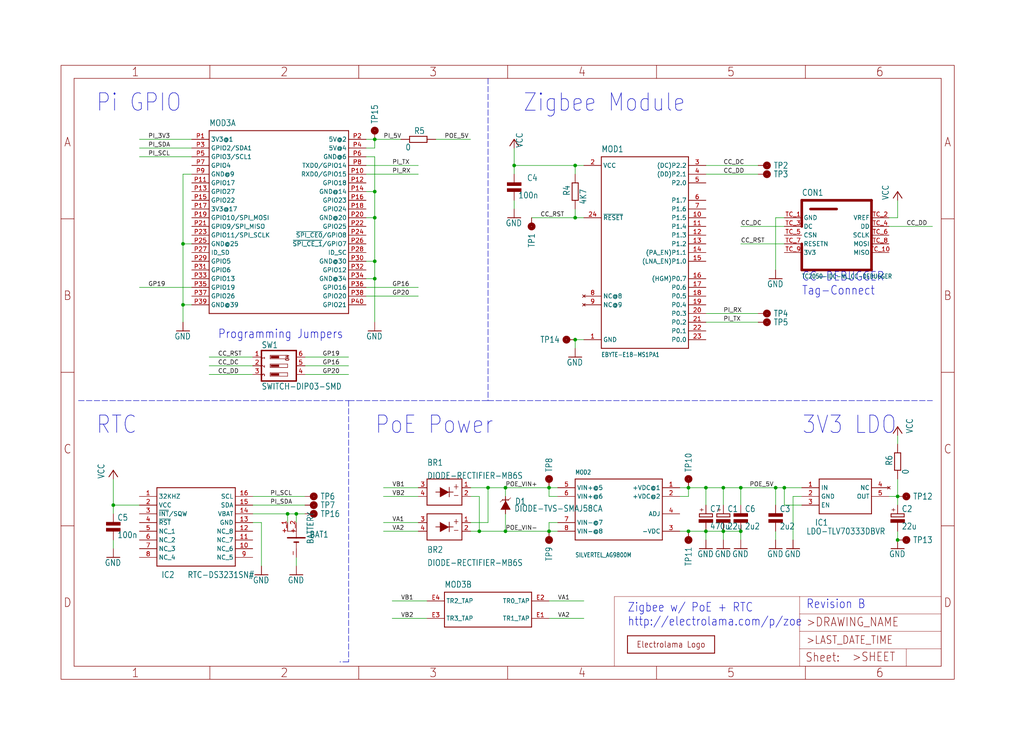
<source format=kicad_sch>
(kicad_sch (version 20211123) (generator eeschema)
  (paper "User" 298.45 217.881)
  (lib_symbols
    (symbol "schematicEagle-eagle-import:A4L-LOC"
      (symbol "A4L-LOC_0_0"
        (text "1" (at 21.6958 1.905 0) (effects (font (size 2.54 2.286))))
        (text "1" (at 21.6958 177.165 0) (effects (font (size 2.54 2.286))))
        (text "2" (at 65.0875 1.905 0) (effects (font (size 2.54 2.286))))
        (text "2" (at 65.0875 177.165 0) (effects (font (size 2.54 2.286))))
        (text "3" (at 108.4792 1.905 0) (effects (font (size 2.54 2.286))))
        (text "3" (at 108.4792 177.165 0) (effects (font (size 2.54 2.286))))
        (text "4" (at 151.8708 1.905 0) (effects (font (size 2.54 2.286))))
        (text "4" (at 151.8708 177.165 0) (effects (font (size 2.54 2.286))))
        (text "5" (at 195.2625 1.905 0) (effects (font (size 2.54 2.286))))
        (text "5" (at 195.2625 177.165 0) (effects (font (size 2.54 2.286))))
        (text "6" (at 238.6542 1.905 0) (effects (font (size 2.54 2.286))))
        (text "6" (at 238.6542 177.165 0) (effects (font (size 2.54 2.286))))
        (text "A" (at 1.905 156.6863 0) (effects (font (size 2.54 2.286))))
        (text "A" (at 258.445 156.6863 0) (effects (font (size 2.54 2.286))))
        (text "B" (at 1.905 111.9188 0) (effects (font (size 2.54 2.286))))
        (text "B" (at 258.445 111.9188 0) (effects (font (size 2.54 2.286))))
        (text "C" (at 1.905 67.1513 0) (effects (font (size 2.54 2.286))))
        (text "C" (at 258.445 67.1513 0) (effects (font (size 2.54 2.286))))
        (text "D" (at 1.905 22.3838 0) (effects (font (size 2.54 2.286))))
        (text "D" (at 258.445 22.3838 0) (effects (font (size 2.54 2.286))))
      )
      (symbol "A4L-LOC_1_0"
        (text ">DRAWING_NAME" (at 217.17 15.24 0) (effects (font (size 2.54 2.159)) (justify left bottom)))
        (text ">LAST_DATE_TIME" (at 217.17 10.16 0) (effects (font (size 2.286 1.9431)) (justify left bottom)))
        (text ">SHEET" (at 230.505 5.08 0) (effects (font (size 2.54 2.159)) (justify left bottom)))
        (text "Sheet:" (at 216.916 4.953 0) (effects (font (size 2.54 2.159)) (justify left bottom)))
      )
    )
    (symbol "schematicEagle-eagle-import:BATTERY"
      (property "Reference" "BAT" (at -1.27 3.175 0))
      (property "Value" "BATTERY" (at -1.27 -5.08 0))
      (symbol "BATTERY_1_0"
        (pin passive line (at 5.08 2.54 180) (length 2.54) (name "+1") (number "+_1"))
        (pin passive line (at 5.08 0 180) (length 2.54) (name "+2") (number "+_2"))
        (pin passive line (at -5.08 0 0) (length 2.54) (name "-") (number "-"))
      )
    )
    (symbol "schematicEagle-eagle-import:CAP-0603"
      (property "Reference" "C" (at 1.143 0.4826 0))
      (property "Value" "CAP-0603" (at 1.143 -4.5974 0))
      (symbol "CAP-0603_1_0"
        (pin passive line (at 0 2.54 270) (length 2.54) (name "1") (number "1"))
        (pin passive line (at 0 -5.08 90) (length 2.54) (name "2") (number "2"))
      )
    )
    (symbol "schematicEagle-eagle-import:CAP-POL-ELCO-D8-L10.5"
      (property "Reference" "C" (at 1.143 0.4826 0))
      (property "Value" "CAP-POL-ELCO-D8-L10.5" (at 1.143 -4.5974 0))
      (symbol "CAP-POL-ELCO-D8-L10.5_1_0"
        (text "+" (at -0.5842 0.4064 900) (effects (font (size 1.27 1.0795)) (justify left bottom)))
        (pin passive line (at 0 2.54 270) (length 2.54) (name "+") (number "+"))
        (pin passive line (at 0 -5.08 90) (length 2.54) (name "-") (number "-"))
      )
    )
    (symbol "schematicEagle-eagle-import:CAP-POL-TANT-A"
      (property "Reference" "C" (at 1.143 0.4826 0))
      (property "Value" "CAP-POL-TANT-A" (at 1.143 -4.5974 0))
      (symbol "CAP-POL-TANT-A_1_0"
        (text "+" (at -0.5842 0.4064 900) (effects (font (size 1.27 1.0795)) (justify left bottom)))
        (pin passive line (at 0 2.54 270) (length 2.54) (name "+") (number "+"))
        (pin passive line (at 0 -5.08 90) (length 2.54) (name "-") (number "-"))
      )
    )
    (symbol "schematicEagle-eagle-import:DIODE-RECTIFIER-MB6S"
      (property "Reference" "BR" (at -5.08 6.35 0))
      (property "Value" "DIODE-RECTIFIER-MB6S" (at -5.08 -5.08 0))
      (symbol "DIODE-RECTIFIER-MB6S_1_0"
        (text "+" (at 4.445 1.905 0) (effects (font (size 1.778 1.5113)) (justify right bottom)))
        (text "-" (at 4.445 -0.635 0) (effects (font (size 1.778 1.5113)) (justify right bottom)))
        (text "~" (at -4.445 -0.635 0) (effects (font (size 2.286 1.9431)) (justify left bottom)))
        (text "~" (at -4.445 1.905 0) (effects (font (size 2.286 1.9431)) (justify left bottom)))
        (pin bidirectional line (at 7.62 2.54 180) (length 2.54) (name "+") (number "1"))
        (pin bidirectional line (at 7.62 0 180) (length 2.54) (name "-") (number "2"))
        (pin bidirectional line (at -7.62 2.54 0) (length 2.54) (name "~{@3}") (number "3"))
        (pin bidirectional line (at -7.62 0 0) (length 2.54) (name "~{@4}") (number "4"))
      )
    )
    (symbol "schematicEagle-eagle-import:DIODE-TVS-SMAJ58CA"
      (property "Reference" "D" (at -2.3114 2.6416 0))
      (property "Value" "DIODE-TVS-SMAJ58CA" (at -2.5654 -4.4958 0))
      (symbol "DIODE-TVS-SMAJ58CA_1_0"
        (pin passive line (at 2.54 0 180) (length 2.54) (name "C") (number "1"))
        (pin passive line (at -2.54 0 0) (length 2.54) (name "A") (number "2"))
      )
    )
    (symbol "schematicEagle-eagle-import:EBYTE-E18-MS1PA1"
      (property "Reference" "MOD" (at -12.7 29.21 0))
      (property "Value" "EBYTE-E18-MS1PA1" (at -12.7 -30.48 0))
      (symbol "EBYTE-E18-MS1PA1_1_0"
        (pin power_in line (at -17.78 -25.4 0) (length 5.08) (name "GND") (number "1"))
        (pin bidirectional line (at 17.78 10.16 180) (length 5.08) (name "P1.5") (number "10"))
        (pin bidirectional line (at 17.78 7.62 180) (length 5.08) (name "P1.4") (number "11"))
        (pin bidirectional line (at 17.78 5.08 180) (length 5.08) (name "P1.3") (number "12"))
        (pin bidirectional line (at 17.78 2.54 180) (length 5.08) (name "P1.2") (number "13"))
        (pin output line (at 17.78 0 180) (length 5.08) (name "(PA_EN)P1.1") (number "14"))
        (pin output line (at 17.78 -2.54 180) (length 5.08) (name "(LNA_EN)P1.0") (number "15"))
        (pin output line (at 17.78 -7.62 180) (length 5.08) (name "(HGM)P0.7") (number "16"))
        (pin bidirectional line (at 17.78 -10.16 180) (length 5.08) (name "P0.6") (number "17"))
        (pin bidirectional line (at 17.78 -12.7 180) (length 5.08) (name "P0.5") (number "18"))
        (pin bidirectional line (at 17.78 -15.24 180) (length 5.08) (name "P0.4") (number "19"))
        (pin power_in line (at -17.78 25.4 0) (length 5.08) (name "VCC") (number "2"))
        (pin bidirectional line (at 17.78 -17.78 180) (length 5.08) (name "P0.3") (number "20"))
        (pin bidirectional line (at 17.78 -20.32 180) (length 5.08) (name "P0.2") (number "21"))
        (pin bidirectional line (at 17.78 -22.86 180) (length 5.08) (name "P0.1") (number "22"))
        (pin bidirectional line (at 17.78 -25.4 180) (length 5.08) (name "P0.0") (number "23"))
        (pin input line (at -17.78 10.16 0) (length 5.08) (name "~{RESET}") (number "24"))
        (pin bidirectional line (at 17.78 25.4 180) (length 5.08) (name "(DC)P2.2") (number "3"))
        (pin bidirectional line (at 17.78 22.86 180) (length 5.08) (name "(DD)P2.1") (number "4"))
        (pin bidirectional line (at 17.78 20.32 180) (length 5.08) (name "P2.0") (number "5"))
        (pin bidirectional line (at 17.78 15.24 180) (length 5.08) (name "P1.7") (number "6"))
        (pin bidirectional line (at 17.78 12.7 180) (length 5.08) (name "P1.6") (number "7"))
        (pin no_connect line (at -17.78 -12.7 0) (length 5.08) (name "NC@8") (number "8"))
        (pin no_connect line (at -17.78 -15.24 0) (length 5.08) (name "NC@9") (number "9"))
      )
    )
    (symbol "schematicEagle-eagle-import:GND" (power)
      (property "Value" "GND" (at -2.54 -2.54 0))
      (symbol "GND_1_0"
        (pin power_in line (at 0 2.54 270) (length 2.54) (name "GND") (number "1"))
      )
    )
    (symbol "schematicEagle-eagle-import:LDO-TLV70333DBVR"
      (property "Reference" "IC" (at 21.59 7.62 0))
      (property "Value" "LDO-TLV70333DBVR" (at 21.59 5.08 0))
      (symbol "LDO-TLV70333DBVR_1_0"
        (pin bidirectional line (at 0 0 0) (length 5.08) (name "IN") (number "1"))
        (pin bidirectional line (at 0 -2.54 0) (length 5.08) (name "GND") (number "2"))
        (pin bidirectional line (at 0 -5.08 0) (length 5.08) (name "EN") (number "3"))
        (pin no_connect line (at 25.4 0 180) (length 5.08) (name "NC") (number "4"))
        (pin bidirectional line (at 25.4 -2.54 180) (length 5.08) (name "OUT") (number "5"))
      )
    )
    (symbol "schematicEagle-eagle-import:LOGO-ELECTROLAMA"
      (symbol "LOGO-ELECTROLAMA_1_0"
        (text "Electrolama Logo" (at 0 0 0) (effects (font (size 1.778 1.5113))))
      )
    )
    (symbol "schematicEagle-eagle-import:RES-0603"
      (property "Reference" "R" (at -3.81 1.4986 0))
      (property "Value" "RES-0603" (at -3.81 -3.302 0))
      (symbol "RES-0603_1_0"
        (pin passive line (at -5.08 0 0) (length 2.54) (name "1") (number "1"))
        (pin passive line (at 5.08 0 180) (length 2.54) (name "2") (number "2"))
      )
    )
    (symbol "schematicEagle-eagle-import:RPI-HAT-FULL"
      (property "Reference" "MOD" (at -12.7 6.35 0))
      (symbol "RPI-HAT-FULL_1_0"
        (pin bidirectional line (at -25.4 22.86 0) (length 5.08) (name "3V3@1") (number "P1"))
        (pin bidirectional line (at 25.4 12.7 180) (length 5.08) (name "RXD0/GPIO15") (number "P10"))
        (pin bidirectional line (at -25.4 10.16 0) (length 5.08) (name "GPIO17") (number "P11"))
        (pin bidirectional line (at 25.4 10.16 180) (length 5.08) (name "GPIO18") (number "P12"))
        (pin bidirectional line (at -25.4 7.62 0) (length 5.08) (name "GPIO27") (number "P13"))
        (pin bidirectional line (at 25.4 7.62 180) (length 5.08) (name "GND@14") (number "P14"))
        (pin bidirectional line (at -25.4 5.08 0) (length 5.08) (name "GPIO22") (number "P15"))
        (pin bidirectional line (at 25.4 5.08 180) (length 5.08) (name "GPIO23") (number "P16"))
        (pin bidirectional line (at -25.4 2.54 0) (length 5.08) (name "3V3@17") (number "P17"))
        (pin bidirectional line (at 25.4 2.54 180) (length 5.08) (name "GPIO24") (number "P18"))
        (pin bidirectional line (at -25.4 0 0) (length 5.08) (name "GPIO10/SPI_MOSI") (number "P19"))
        (pin bidirectional line (at 25.4 22.86 180) (length 5.08) (name "5V@2") (number "P2"))
        (pin bidirectional line (at 25.4 0 180) (length 5.08) (name "GND@20") (number "P20"))
        (pin bidirectional line (at -25.4 -2.54 0) (length 5.08) (name "GPIO9/SPI_MISO") (number "P21"))
        (pin bidirectional line (at 25.4 -2.54 180) (length 5.08) (name "GPIO25") (number "P22"))
        (pin bidirectional line (at -25.4 -5.08 0) (length 5.08) (name "GPIO11/SPI_SCLK") (number "P23"))
        (pin bidirectional line (at 25.4 -5.08 180) (length 5.08) (name "~{SPI_CE0}/GPIO8") (number "P24"))
        (pin bidirectional line (at -25.4 -7.62 0) (length 5.08) (name "GND@25") (number "P25"))
        (pin bidirectional line (at 25.4 -7.62 180) (length 5.08) (name "~{SPI_CE_1}/GPIO7") (number "P26"))
        (pin bidirectional line (at -25.4 -10.16 0) (length 5.08) (name "ID_SD") (number "P27"))
        (pin bidirectional line (at 25.4 -10.16 180) (length 5.08) (name "ID_SC") (number "P28"))
        (pin bidirectional line (at -25.4 -12.7 0) (length 5.08) (name "GPIO5") (number "P29"))
        (pin bidirectional line (at -25.4 20.32 0) (length 5.08) (name "GPIO2/SDA1") (number "P3"))
        (pin bidirectional line (at 25.4 -12.7 180) (length 5.08) (name "GND@30") (number "P30"))
        (pin bidirectional line (at -25.4 -15.24 0) (length 5.08) (name "GPIO6") (number "P31"))
        (pin bidirectional line (at 25.4 -15.24 180) (length 5.08) (name "GPIO12") (number "P32"))
        (pin bidirectional line (at -25.4 -17.78 0) (length 5.08) (name "GPIO13") (number "P33"))
        (pin bidirectional line (at 25.4 -17.78 180) (length 5.08) (name "GND@34") (number "P34"))
        (pin bidirectional line (at -25.4 -20.32 0) (length 5.08) (name "GPIO19") (number "P35"))
        (pin bidirectional line (at 25.4 -20.32 180) (length 5.08) (name "GPIO16") (number "P36"))
        (pin bidirectional line (at -25.4 -22.86 0) (length 5.08) (name "GPIO26") (number "P37"))
        (pin bidirectional line (at 25.4 -22.86 180) (length 5.08) (name "GPIO20") (number "P38"))
        (pin bidirectional line (at -25.4 -25.4 0) (length 5.08) (name "GND@39") (number "P39"))
        (pin bidirectional line (at 25.4 20.32 180) (length 5.08) (name "5V@4") (number "P4"))
        (pin bidirectional line (at 25.4 -25.4 180) (length 5.08) (name "GPIO21") (number "P40"))
        (pin bidirectional line (at -25.4 17.78 0) (length 5.08) (name "GPIO3/SCL1") (number "P5"))
        (pin bidirectional line (at 25.4 17.78 180) (length 5.08) (name "GND@6") (number "P6"))
        (pin bidirectional line (at -25.4 15.24 0) (length 5.08) (name "GPIO4") (number "P7"))
        (pin bidirectional line (at 25.4 15.24 180) (length 5.08) (name "TXD0/GPIO14") (number "P8"))
        (pin bidirectional line (at -25.4 12.7 0) (length 5.08) (name "GND@9") (number "P9"))
      )
      (symbol "RPI-HAT-FULL_2_0"
        (pin bidirectional line (at 17.78 -2.54 180) (length 5.08) (name "TR1_TAP") (number "E1"))
        (pin bidirectional line (at 17.78 2.54 180) (length 5.08) (name "TR0_TAP") (number "E2"))
        (pin bidirectional line (at -17.78 -2.54 0) (length 5.08) (name "TR3_TAP") (number "E3"))
        (pin bidirectional line (at -17.78 2.54 0) (length 5.08) (name "TR2_TAP") (number "E4"))
      )
    )
    (symbol "schematicEagle-eagle-import:RTC-DS3231SN#"
      (property "Reference" "IC" (at 29.21 7.62 0))
      (property "Value" "RTC-DS3231SN#" (at 29.21 5.08 0))
      (symbol "RTC-DS3231SN#_1_0"
        (pin bidirectional line (at 0 0 0) (length 5.08) (name "32KHZ") (number "1"))
        (pin bidirectional line (at 33.02 -15.24 180) (length 5.08) (name "NC_6") (number "10"))
        (pin bidirectional line (at 33.02 -12.7 180) (length 5.08) (name "NC_7") (number "11"))
        (pin bidirectional line (at 33.02 -10.16 180) (length 5.08) (name "NC_8") (number "12"))
        (pin power_in line (at 33.02 -7.62 180) (length 5.08) (name "GND") (number "13"))
        (pin bidirectional line (at 33.02 -5.08 180) (length 5.08) (name "VBAT") (number "14"))
        (pin bidirectional line (at 33.02 -2.54 180) (length 5.08) (name "SDA") (number "15"))
        (pin bidirectional line (at 33.02 0 180) (length 5.08) (name "SCL") (number "16"))
        (pin power_in line (at 0 -2.54 0) (length 5.08) (name "VCC") (number "2"))
        (pin input line (at 0 -5.08 0) (length 5.08) (name "~{INT}/SQW") (number "3"))
        (pin input line (at 0 -7.62 0) (length 5.08) (name "~{RST}") (number "4"))
        (pin bidirectional line (at 0 -10.16 0) (length 5.08) (name "NC_1") (number "5"))
        (pin bidirectional line (at 0 -12.7 0) (length 5.08) (name "NC_2") (number "6"))
        (pin bidirectional line (at 0 -15.24 0) (length 5.08) (name "NC_3") (number "7"))
        (pin bidirectional line (at 0 -17.78 0) (length 5.08) (name "NC_4") (number "8"))
        (pin bidirectional line (at 33.02 -17.78 180) (length 5.08) (name "NC_5") (number "9"))
      )
    )
    (symbol "schematicEagle-eagle-import:SILVERTEL_AG9800M"
      (property "Reference" "MOD" (at -12.7 11.43 0))
      (property "Value" "SILVERTEL_AG9800M" (at -12.7 -10.16 0))
      (symbol "SILVERTEL_AG9800M_1_0"
        (pin bidirectional line (at 17.78 7.62 180) (length 5.08) (name "+VDC@1") (number "1"))
        (pin bidirectional line (at 17.78 5.08 180) (length 5.08) (name "+VDC@2") (number "2"))
        (pin bidirectional line (at 17.78 -5.08 180) (length 5.08) (name "-VDC") (number "3"))
        (pin bidirectional line (at 17.78 0 180) (length 5.08) (name "ADJ") (number "4"))
        (pin bidirectional line (at -17.78 7.62 0) (length 5.08) (name "VIN+@5") (number "5"))
        (pin bidirectional line (at -17.78 5.08 0) (length 5.08) (name "VIN+@6") (number "6"))
        (pin bidirectional line (at -17.78 -2.54 0) (length 5.08) (name "VIN-@7") (number "7"))
        (pin bidirectional line (at -17.78 -5.08 0) (length 5.08) (name "VIN-@8") (number "8"))
      )
    )
    (symbol "schematicEagle-eagle-import:SWITCH-DIP03-SMD"
      (property "Reference" "SW" (at -5.08 -5.08 90))
      (property "Value" "SWITCH-DIP03-SMD" (at 6.985 -5.08 90))
      (symbol "SWITCH-DIP03-SMD_1_0"
        (text "1" (at -2.794 -4.064 0) (effects (font (size 0.9906 0.842) (thickness 0.1684) bold) (justify left bottom)))
        (text "2" (at -0.381 -4.064 0) (effects (font (size 0.9906 0.842) (thickness 0.1684) bold) (justify left bottom)))
        (text "3" (at 2.159 -4.064 0) (effects (font (size 0.9906 0.842) (thickness 0.1684) bold) (justify left bottom)))
        (text "ON" (at -3.302 3.048 0) (effects (font (size 0.9906 0.842) (thickness 0.1684) bold) (justify left bottom)))
        (pin passive line (at -2.54 -7.62 90) (length 2.54) (name "1") (number "1"))
        (pin passive line (at 0 -7.62 90) (length 2.54) (name "2") (number "2"))
        (pin passive line (at 2.54 -7.62 90) (length 2.54) (name "3") (number "3"))
        (pin passive line (at 2.54 7.62 270) (length 2.54) (name "4") (number "4"))
        (pin passive line (at 0 7.62 270) (length 2.54) (name "5") (number "5"))
        (pin passive line (at -2.54 7.62 270) (length 2.54) (name "6") (number "6"))
      )
    )
    (symbol "schematicEagle-eagle-import:TC2050-IDC-NL_CC-DEBUGGER"
      (property "Reference" "CON" (at -10.16 11.43 0))
      (property "Value" "TC2050-IDC-NL_CC-DEBUGGER" (at -10.16 -12.7 0))
      (symbol "TC2050-IDC-NL_CC-DEBUGGER_1_0"
        (pin bidirectional line (at -15.24 5.08 0) (length 5.08) (name "GND") (number "TC_1"))
        (pin bidirectional line (at 15.24 -5.08 180) (length 5.08) (name "MISO") (number "TC_10"))
        (pin bidirectional line (at 15.24 5.08 180) (length 5.08) (name "VREF") (number "TC_2"))
        (pin bidirectional line (at -15.24 2.54 0) (length 5.08) (name "DC") (number "TC_3"))
        (pin bidirectional line (at 15.24 2.54 180) (length 5.08) (name "DD") (number "TC_4"))
        (pin bidirectional line (at -15.24 0 0) (length 5.08) (name "CSN") (number "TC_5"))
        (pin bidirectional line (at 15.24 0 180) (length 5.08) (name "SCLK") (number "TC_6"))
        (pin bidirectional line (at -15.24 -2.54 0) (length 5.08) (name "RESETN") (number "TC_7"))
        (pin bidirectional line (at 15.24 -2.54 180) (length 5.08) (name "MOSI") (number "TC_8"))
        (pin bidirectional line (at -15.24 -5.08 0) (length 5.08) (name "3V3") (number "TC_9"))
      )
    )
    (symbol "schematicEagle-eagle-import:TP"
      (property "Reference" "TP" (at 1.905 0 0))
      (symbol "TP_1_0"
        (pin bidirectional line (at -2.54 0 0) (length 2.54) (name "TP") (number "TP"))
      )
    )
    (symbol "schematicEagle-eagle-import:TP_DUAL_1206"
      (property "Reference" "R" (at -3.81 1.4986 0))
      (property "Value" "TP_DUAL_1206" (at -3.81 -3.302 0))
      (symbol "TP_DUAL_1206_1_0"
        (pin passive line (at -5.08 0 0) (length 2.54) (name "1") (number "1"))
        (pin passive line (at 5.08 0 180) (length 2.54) (name "2") (number "2"))
      )
    )
    (symbol "schematicEagle-eagle-import:VCC" (power)
      (property "Value" "VCC" (at -2.54 -2.54 90))
      (symbol "VCC_1_0"
        (pin power_in line (at 0 -2.54 90) (length 2.54) (name "VCC") (number "1"))
      )
    )
  )
  (junction (at 149.86 48.26))
  (junction (at 33.02 147.32))
  (junction (at 205.74 154.94))
  (junction (at 83.82 149.86))
  (junction (at 160.02 142.24))
  (junction (at 160.02 154.94))
  (junction (at 147.32 154.94))
  (junction (at 167.64 48.26))
  (junction (at 228.6 142.24))
  (junction (at 53.34 71.12))
  (junction (at 226.06 142.24))
  (junction (at 167.64 99.06))
  (junction (at 261.62 157.48))
  (junction (at 200.66 142.24))
  (junction (at 147.32 142.24))
  (junction (at 261.62 144.78))
  (junction (at 109.22 63.5))
  (junction (at 210.82 142.24))
  (junction (at 167.64 63.5))
  (junction (at 210.82 154.94))
  (junction (at 109.22 76.2))
  (junction (at 86.36 149.86))
  (junction (at 109.22 55.88))
  (junction (at 205.74 142.24))
  (junction (at 142.24 142.24))
  (junction (at 200.66 154.94))
  (junction (at 109.22 40.64))
  (junction (at 109.22 81.28))
  (junction (at 139.7 154.94))
  (junction (at 215.9 154.94))
  (junction (at 53.34 88.9))
  (junction (at 215.9 142.24))
  (wire (pts (xy 121.92 142.24) (xy 111.76 142.24)))
  (wire (pts (xy 167.64 50.8) (xy 167.64 48.26)))
  (wire (pts (xy 149.86 48.26) (xy 149.86 43.18)))
  (wire (pts (xy 109.22 63.5) (xy 109.22 76.2)))
  (wire (pts (xy 233.68 142.24) (xy 228.6 142.24)))
  (wire (pts (xy 167.64 60.96) (xy 167.64 63.5)))
  (wire (pts (xy 205.74 48.26) (xy 220.98 48.26)))
  (wire (pts (xy 109.22 81.28) (xy 109.22 93.98)))
  (wire (pts (xy 73.66 147.32) (xy 88.9 147.32)))
  (wire (pts (xy 106.68 81.28) (xy 109.22 81.28)))
  (wire (pts (xy 109.22 43.18) (xy 109.22 40.64)))
  (wire (pts (xy 86.36 149.86) (xy 86.36 152.4)))
  (wire (pts (xy 160.02 180.34) (xy 170.18 180.34)))
  (wire (pts (xy 109.22 55.88) (xy 109.22 63.5)))
  (wire (pts (xy 147.32 144.78) (xy 147.32 142.24)))
  (wire (pts (xy 109.22 40.64) (xy 106.68 40.64)))
  (wire (pts (xy 198.12 154.94) (xy 200.66 154.94)))
  (wire (pts (xy 205.74 91.44) (xy 220.98 91.44)))
  (wire (pts (xy 124.46 180.34) (xy 114.3 180.34)))
  (wire (pts (xy 160.02 175.26) (xy 170.18 175.26)))
  (wire (pts (xy 53.34 71.12) (xy 53.34 88.9)))
  (wire (pts (xy 127 40.64) (xy 137.16 40.64)))
  (wire (pts (xy 33.02 157.48) (xy 33.02 160.02)))
  (wire (pts (xy 210.82 147.32) (xy 210.82 142.24)))
  (wire (pts (xy 228.6 66.04) (xy 215.9 66.04)))
  (wire (pts (xy 88.9 109.22) (xy 101.6 109.22)))
  (wire (pts (xy 205.74 154.94) (xy 205.74 157.48)))
  (wire (pts (xy 142.24 152.4) (xy 142.24 142.24)))
  (wire (pts (xy 170.18 63.5) (xy 167.64 63.5)))
  (wire (pts (xy 40.64 147.32) (xy 33.02 147.32)))
  (wire (pts (xy 200.66 154.94) (xy 205.74 154.94)))
  (wire (pts (xy 210.82 154.94) (xy 210.82 157.48)))
  (wire (pts (xy 109.22 45.72) (xy 109.22 55.88)))
  (wire (pts (xy 160.02 144.78) (xy 160.02 142.24)))
  (wire (pts (xy 88.9 104.14) (xy 101.6 104.14)))
  (wire (pts (xy 215.9 147.32) (xy 215.9 142.24)))
  (wire (pts (xy 124.46 175.26) (xy 114.3 175.26)))
  (wire (pts (xy 147.32 149.86) (xy 147.32 154.94)))
  (wire (pts (xy 121.92 154.94) (xy 111.76 154.94)))
  (wire (pts (xy 259.08 144.78) (xy 261.62 144.78)))
  (wire (pts (xy 170.18 48.26) (xy 167.64 48.26)))
  (wire (pts (xy 231.14 144.78) (xy 231.14 157.48)))
  (wire (pts (xy 55.88 83.82) (xy 40.64 83.82)))
  (wire (pts (xy 215.9 154.94) (xy 215.9 157.48)))
  (wire (pts (xy 106.68 50.8) (xy 121.92 50.8)))
  (wire (pts (xy 160.02 142.24) (xy 162.56 142.24)))
  (wire (pts (xy 83.82 149.86) (xy 83.82 152.4)))
  (polyline (pts (xy 101.6 193.04) (xy 99.06 193.04)))
  (wire (pts (xy 233.68 147.32) (xy 228.6 147.32)))
  (wire (pts (xy 33.02 147.32) (xy 33.02 149.86)))
  (wire (pts (xy 106.68 43.18) (xy 109.22 43.18)))
  (wire (pts (xy 73.66 144.78) (xy 88.9 144.78)))
  (wire (pts (xy 73.66 149.86) (xy 83.82 149.86)))
  (wire (pts (xy 137.16 144.78) (xy 139.7 144.78)))
  (wire (pts (xy 149.86 60.96) (xy 149.86 58.42)))
  (wire (pts (xy 106.68 83.82) (xy 121.92 83.82)))
  (wire (pts (xy 228.6 147.32) (xy 228.6 142.24)))
  (wire (pts (xy 160.02 154.94) (xy 147.32 154.94)))
  (wire (pts (xy 137.16 152.4) (xy 142.24 152.4)))
  (wire (pts (xy 205.74 142.24) (xy 210.82 142.24)))
  (wire (pts (xy 121.92 144.78) (xy 111.76 144.78)))
  (wire (pts (xy 137.16 142.24) (xy 142.24 142.24)))
  (wire (pts (xy 55.88 43.18) (xy 40.64 43.18)))
  (polyline (pts (xy 142.24 116.84) (xy 271.78 116.84)))
  (polyline (pts (xy 142.24 22.86) (xy 142.24 116.84)))
  (wire (pts (xy 109.22 40.64) (xy 116.84 40.64)))
  (wire (pts (xy 261.62 147.32) (xy 261.62 144.78)))
  (wire (pts (xy 55.88 50.8) (xy 53.34 50.8)))
  (wire (pts (xy 149.86 48.26) (xy 149.86 50.8)))
  (wire (pts (xy 83.82 149.86) (xy 86.36 149.86)))
  (wire (pts (xy 55.88 88.9) (xy 53.34 88.9)))
  (wire (pts (xy 228.6 63.5) (xy 226.06 63.5)))
  (wire (pts (xy 261.62 139.7) (xy 261.62 144.78)))
  (wire (pts (xy 210.82 142.24) (xy 215.9 142.24)))
  (wire (pts (xy 261.62 157.48) (xy 261.62 154.94)))
  (wire (pts (xy 205.74 154.94) (xy 210.82 154.94)))
  (wire (pts (xy 109.22 76.2) (xy 109.22 81.28)))
  (wire (pts (xy 200.66 144.78) (xy 200.66 142.24)))
  (wire (pts (xy 106.68 55.88) (xy 109.22 55.88)))
  (wire (pts (xy 167.64 99.06) (xy 167.64 101.6)))
  (wire (pts (xy 53.34 88.9) (xy 53.34 93.98)))
  (wire (pts (xy 160.02 152.4) (xy 160.02 154.94)))
  (wire (pts (xy 261.62 127) (xy 261.62 129.54)))
  (wire (pts (xy 205.74 93.98) (xy 220.98 93.98)))
  (wire (pts (xy 167.64 63.5) (xy 154.94 63.5)))
  (wire (pts (xy 198.12 144.78) (xy 200.66 144.78)))
  (wire (pts (xy 226.06 157.48) (xy 226.06 154.94)))
  (wire (pts (xy 170.18 99.06) (xy 167.64 99.06)))
  (wire (pts (xy 121.92 152.4) (xy 111.76 152.4)))
  (wire (pts (xy 55.88 71.12) (xy 53.34 71.12)))
  (polyline (pts (xy 101.6 116.84) (xy 142.24 116.84)))
  (wire (pts (xy 200.66 142.24) (xy 205.74 142.24)))
  (wire (pts (xy 53.34 50.8) (xy 53.34 71.12)))
  (wire (pts (xy 215.9 142.24) (xy 226.06 142.24)))
  (wire (pts (xy 228.6 142.24) (xy 226.06 142.24)))
  (wire (pts (xy 106.68 45.72) (xy 109.22 45.72)))
  (wire (pts (xy 76.2 152.4) (xy 76.2 165.1)))
  (wire (pts (xy 162.56 152.4) (xy 160.02 152.4)))
  (wire (pts (xy 147.32 154.94) (xy 139.7 154.94)))
  (wire (pts (xy 73.66 104.14) (xy 60.96 104.14)))
  (polyline (pts (xy 101.6 116.84) (xy 101.6 193.04)))
  (wire (pts (xy 259.08 63.5) (xy 261.62 63.5)))
  (wire (pts (xy 205.74 147.32) (xy 205.74 142.24)))
  (wire (pts (xy 261.62 63.5) (xy 261.62 58.42)))
  (wire (pts (xy 106.68 63.5) (xy 109.22 63.5)))
  (wire (pts (xy 228.6 71.12) (xy 215.9 71.12)))
  (wire (pts (xy 73.66 106.68) (xy 60.96 106.68)))
  (wire (pts (xy 73.66 152.4) (xy 76.2 152.4)))
  (wire (pts (xy 259.08 66.04) (xy 271.78 66.04)))
  (wire (pts (xy 167.64 48.26) (xy 149.86 48.26)))
  (wire (pts (xy 142.24 142.24) (xy 147.32 142.24)))
  (wire (pts (xy 106.68 76.2) (xy 109.22 76.2)))
  (wire (pts (xy 233.68 144.78) (xy 231.14 144.78)))
  (wire (pts (xy 106.68 86.36) (xy 121.92 86.36)))
  (wire (pts (xy 160.02 154.94) (xy 162.56 154.94)))
  (wire (pts (xy 226.06 142.24) (xy 226.06 147.32)))
  (wire (pts (xy 88.9 149.86) (xy 86.36 149.86)))
  (wire (pts (xy 147.32 142.24) (xy 160.02 142.24)))
  (wire (pts (xy 106.68 48.26) (xy 121.92 48.26)))
  (wire (pts (xy 139.7 144.78) (xy 139.7 154.94)))
  (wire (pts (xy 86.36 162.56) (xy 86.36 165.1)))
  (wire (pts (xy 210.82 154.94) (xy 215.9 154.94)))
  (wire (pts (xy 162.56 144.78) (xy 160.02 144.78)))
  (wire (pts (xy 88.9 106.68) (xy 101.6 106.68)))
  (wire (pts (xy 198.12 142.24) (xy 200.66 142.24)))
  (wire (pts (xy 55.88 40.64) (xy 40.64 40.64)))
  (polyline (pts (xy 22.86 116.84) (xy 101.6 116.84)))
  (wire (pts (xy 139.7 154.94) (xy 137.16 154.94)))
  (wire (pts (xy 226.06 63.5) (xy 226.06 78.74)))
  (wire (pts (xy 33.02 147.32) (xy 33.02 139.7)))
  (wire (pts (xy 205.74 50.8) (xy 220.98 50.8)))
  (wire (pts (xy 55.88 45.72) (xy 40.64 45.72)))
  (wire (pts (xy 73.66 109.22) (xy 60.96 109.22)))
  (text "PoE Power" (at 109.22 127 180) (effects (font (size 5.08 4.318)) (justify left bottom)))
  (text "Pi GPIO" (at 27.94 33.02 180) (effects (font (size 5.08 4.318)) (justify left bottom)))
  (text "Zigbee Module" (at 152.4 33.02 180) (effects (font (size 5.08 4.318)) (justify left bottom)))
  (text "CC-DEBUGGER\nTag-Connect" (at 233.68 86.36 180) (effects (font (size 2.54 2.159)) (justify left bottom)))
  (text "Programming Jumpers" (at 63.5 99.06 180) (effects (font (size 2.54 2.159)) (justify left bottom)))
  (text "RTC" (at 27.94 127 180) (effects (font (size 5.08 4.318)) (justify left bottom)))
  (text "Zigbee w/ PoE + RTC\nhttp://electrolama.com/p/zoe" (at 182.88 182.88 180) (effects (font (size 2.54 2.159)) (justify left bottom)))
  (text "Revision B" (at 234.95 177.8 180) (effects (font (size 2.54 2.159)) (justify left bottom)))
  (text "3V3 LDO" (at 233.68 127 180) (effects (font (size 5.08 4.318)) (justify left bottom)))
  (label "CC_DC" (at 63.5 106.68 0) (effects (font (size 1.2446 1.2446))))
  (label "VB2" (at 116.84 180.34 0) (effects (font (size 1.2446 1.2446))))
  (label "PI_RX" (at 114.3 50.8 0) (effects (font (size 1.2446 1.2446))))
  (label "CC_DD" (at 210.82 50.8 0) (effects (font (size 1.2446 1.2446))))
  (label "PI_5V" (at 111.76 40.64 0) (effects (font (size 1.2446 1.2446))))
  (label "PI_SDA" (at 43.18 43.18 0) (effects (font (size 1.2446 1.2446))))
  (label "POE_5V" (at 129.54 40.64 0) (effects (font (size 1.2446 1.2446))))
  (label "VB1" (at 114.3 142.24 0) (effects (font (size 1.2446 1.2446))))
  (label "PI_TX" (at 210.82 93.98 0) (effects (font (size 1.2446 1.2446))))
  (label "CC_DD" (at 264.16 66.04 0) (effects (font (size 1.2446 1.2446))))
  (label "CC_RST" (at 63.5 104.14 0) (effects (font (size 1.2446 1.2446))))
  (label "GP16" (at 114.3 83.82 0) (effects (font (size 1.2446 1.2446))))
  (label "VA1" (at 162.56 175.26 0) (effects (font (size 1.2446 1.2446))))
  (label "CC_DC" (at 210.82 48.26 0) (effects (font (size 1.2446 1.2446))))
  (label "VA1" (at 114.3 152.4 0) (effects (font (size 1.2446 1.2446))))
  (label "PI_RX" (at 210.82 91.44 0) (effects (font (size 1.2446 1.2446))))
  (label "POE_VIN+" (at 147.32 142.24 0) (effects (font (size 1.2446 1.2446))))
  (label "PI_TX" (at 114.3 48.26 0) (effects (font (size 1.2446 1.2446))))
  (label "GP19" (at 43.18 83.82 0) (effects (font (size 1.2446 1.2446))))
  (label "CC_DC" (at 215.9 66.04 0) (effects (font (size 1.2446 1.2446))))
  (label "VB1" (at 116.84 175.26 0) (effects (font (size 1.2446 1.2446))))
  (label "VA2" (at 114.3 154.94 0) (effects (font (size 1.2446 1.2446))))
  (label "CC_RST" (at 157.48 63.5 0) (effects (font (size 1.2446 1.2446))))
  (label "VA2" (at 162.56 180.34 0) (effects (font (size 1.2446 1.2446))))
  (label "POE_VIN-" (at 147.32 154.94 0) (effects (font (size 1.2446 1.2446))))
  (label "GP20" (at 114.3 86.36 0) (effects (font (size 1.2446 1.2446))))
  (label "PI_SCL" (at 78.74 144.78 0) (effects (font (size 1.2446 1.2446))))
  (label "VB2" (at 114.3 144.78 0) (effects (font (size 1.2446 1.2446))))
  (label "PI_3V3" (at 43.18 40.64 0) (effects (font (size 1.2446 1.2446))))
  (label "CC_RST" (at 215.9 71.12 0) (effects (font (size 1.2446 1.2446))))
  (label "GP20" (at 93.98 109.22 0) (effects (font (size 1.2446 1.2446))))
  (label "CC_DD" (at 63.5 109.22 0) (effects (font (size 1.2446 1.2446))))
  (label "GP19" (at 93.98 104.14 0) (effects (font (size 1.2446 1.2446))))
  (label "POE_5V" (at 218.44 142.24 0) (effects (font (size 1.2446 1.2446))))
  (label "GP16" (at 93.98 106.68 0) (effects (font (size 1.2446 1.2446))))
  (label "PI_SCL" (at 43.18 45.72 0) (effects (font (size 1.2446 1.2446))))
  (label "PI_SDA" (at 78.74 147.32 0) (effects (font (size 1.2446 1.2446))))
  (symbol (lib_id "schematicEagle-eagle-import:GND") (at 149.86 63.5 0) (unit 1)
    (property "Reference" "#GND7" (effects hide))
    (property "Value" "GND" (at 147.32 66.04 0) (effects (font (size 1.778 1.5113)) (justify left bottom)))
    (property "Footprint" "schematicEagle:" (effects hide))
  )
  (symbol (lib_id "schematicEagle-eagle-import:TP") (at 223.52 50.8 0) (unit 1)
    (property "Reference" "TP3" (at 225.425 50.8 0) (effects (font (size 1.778 1.5113)) (justify left)))
    (property "Value" "TP" (effects hide))
    (property "Footprint" "schematicEagle:TP" (effects hide))
  )
  (symbol (lib_id "schematicEagle-eagle-import:GND") (at 109.22 96.52 0) (unit 1)
    (property "Reference" "#GND3" (effects hide))
    (property "Value" "GND" (at 106.68 99.06 0) (effects (font (size 1.778 1.5113)) (justify left bottom)))
    (property "Footprint" "schematicEagle:" (effects hide))
  )
  (symbol (lib_id "schematicEagle-eagle-import:SILVERTEL_AG9800M") (at 180.34 149.86 0) (unit 1)
    (property "Reference" "MOD2" (at 167.64 138.43 0) (effects (font (size 1.27 1.0795)) (justify left bottom)))
    (property "Value" "SILVERTEL_AG9800M" (at 167.64 162.56 0) (effects (font (size 1.27 1.0795)) (justify left bottom)))
    (property "Footprint" "schematicEagle:SILVERTEL_AG9800M" (effects hide))
  )
  (symbol (lib_id "schematicEagle-eagle-import:RPI-HAT-FULL") (at 81.28 63.5 0) (unit 1)
    (property "Reference" "MOD3" (at 60.96 36.83 0) (effects (font (size 1.778 1.5113)) (justify left bottom)))
    (property "Value" "RPI-HAT-FULL" (effects hide))
    (property "Footprint" "schematicEagle:RPI-HAT-FULL" (effects hide))
  )
  (symbol (lib_id "schematicEagle-eagle-import:CAP-POL-TANT-A") (at 210.82 149.86 0) (unit 1)
    (property "Reference" "C1" (at 211.963 149.3774 0) (effects (font (size 1.778 1.5113)) (justify left bottom)))
    (property "Value" "22u" (at 211.963 154.4574 0) (effects (font (size 1.778 1.5113)) (justify left bottom)))
    (property "Footprint" "schematicEagle:_CAP_TANT_A_3216-18R" (effects hide))
  )
  (symbol (lib_id "schematicEagle-eagle-import:TP") (at 160.02 139.7 90) (unit 1)
    (property "Reference" "TP8" (at 160.02 137.795 0) (effects (font (size 1.778 1.5113)) (justify left)))
    (property "Value" "TP" (effects hide))
    (property "Footprint" "schematicEagle:TP" (effects hide))
  )
  (symbol (lib_id "schematicEagle-eagle-import:GND") (at 226.06 160.02 0) (unit 1)
    (property "Reference" "#GND9" (effects hide))
    (property "Value" "GND" (at 223.52 162.56 0) (effects (font (size 1.778 1.5113)) (justify left bottom)))
    (property "Footprint" "schematicEagle:" (effects hide))
  )
  (symbol (lib_id "schematicEagle-eagle-import:VCC") (at 261.62 55.88 0) (unit 1)
    (property "Reference" "#P+4" (effects hide))
    (property "Value" "VCC" (at 259.08 58.42 90) (effects (font (size 1.778 1.5113)) (justify left bottom)))
    (property "Footprint" "schematicEagle:" (effects hide))
  )
  (symbol (lib_id "schematicEagle-eagle-import:GND") (at 205.74 160.02 0) (unit 1)
    (property "Reference" "#GND13" (effects hide))
    (property "Value" "GND" (at 203.2 162.56 0) (effects (font (size 1.778 1.5113)) (justify left bottom)))
    (property "Footprint" "schematicEagle:" (effects hide))
  )
  (symbol (lib_id "schematicEagle-eagle-import:GND") (at 76.2 167.64 0) (unit 1)
    (property "Reference" "#GND2" (effects hide))
    (property "Value" "GND" (at 73.66 170.18 0) (effects (font (size 1.778 1.5113)) (justify left bottom)))
    (property "Footprint" "schematicEagle:" (effects hide))
  )
  (symbol (lib_id "schematicEagle-eagle-import:SWITCH-DIP03-SMD") (at 81.28 106.68 270) (unit 1)
    (property "Reference" "SW1" (at 76.2 101.6 90) (effects (font (size 1.778 1.5113)) (justify left bottom)))
    (property "Value" "SWITCH-DIP03-SMD" (at 76.2 113.665 90) (effects (font (size 1.778 1.5113)) (justify left bottom)))
    (property "Footprint" "schematicEagle:DSHP03TS-S" (effects hide))
  )
  (symbol (lib_id "schematicEagle-eagle-import:LDO-TLV70333DBVR") (at 233.68 142.24 0) (unit 1)
    (property "Reference" "IC1" (at 237.49 152.4 0) (effects (font (size 1.778 1.5113)) (justify left)))
    (property "Value" "LDO-TLV70333DBVR" (at 234.95 154.94 0) (effects (font (size 1.778 1.5113)) (justify left)))
    (property "Footprint" "schematicEagle:SOT95P280X145-5N" (effects hide))
  )
  (symbol (lib_id "schematicEagle-eagle-import:GND") (at 226.06 81.28 0) (unit 1)
    (property "Reference" "#GND14" (effects hide))
    (property "Value" "GND" (at 223.52 83.82 0) (effects (font (size 1.778 1.5113)) (justify left bottom)))
    (property "Footprint" "schematicEagle:" (effects hide))
  )
  (symbol (lib_id "schematicEagle-eagle-import:GND") (at 210.82 160.02 0) (unit 1)
    (property "Reference" "#GND5" (effects hide))
    (property "Value" "GND" (at 208.28 162.56 0) (effects (font (size 1.778 1.5113)) (justify left bottom)))
    (property "Footprint" "schematicEagle:" (effects hide))
  )
  (symbol (lib_id "schematicEagle-eagle-import:TP") (at 223.52 91.44 0) (unit 1)
    (property "Reference" "TP4" (at 225.425 91.44 0) (effects (font (size 1.778 1.5113)) (justify left)))
    (property "Value" "TP" (effects hide))
    (property "Footprint" "schematicEagle:TP" (effects hide))
  )
  (symbol (lib_id "schematicEagle-eagle-import:TP") (at 165.1 99.06 180) (unit 1)
    (property "Reference" "TP14" (at 163.195 99.06 0) (effects (font (size 1.778 1.5113)) (justify left)))
    (property "Value" "TP" (effects hide))
    (property "Footprint" "schematicEagle:TP" (effects hide))
  )
  (symbol (lib_id "schematicEagle-eagle-import:GND") (at 33.02 162.56 0) (unit 1)
    (property "Reference" "#GND11" (effects hide))
    (property "Value" "GND" (at 30.48 165.1 0) (effects (font (size 1.778 1.5113)) (justify left bottom)))
    (property "Footprint" "schematicEagle:" (effects hide))
  )
  (symbol (lib_id "schematicEagle-eagle-import:TP") (at 223.52 93.98 0) (unit 1)
    (property "Reference" "TP5" (at 225.425 93.98 0) (effects (font (size 1.778 1.5113)) (justify left)))
    (property "Value" "TP" (effects hide))
    (property "Footprint" "schematicEagle:TP" (effects hide))
  )
  (symbol (lib_id "schematicEagle-eagle-import:DIODE-RECTIFIER-MB6S") (at 129.54 154.94 0) (unit 1)
    (property "Reference" "BR2" (at 124.46 161.29 0) (effects (font (size 1.778 1.5113)) (justify left bottom)))
    (property "Value" "DIODE-RECTIFIER-MB6S" (at 124.46 165.1 0) (effects (font (size 1.778 1.5113)) (justify left bottom)))
    (property "Footprint" "schematicEagle:SOP254P665X270-4N" (effects hide))
  )
  (symbol (lib_id "schematicEagle-eagle-import:TP") (at 109.22 38.1 90) (unit 1)
    (property "Reference" "TP15" (at 109.22 36.195 0) (effects (font (size 1.778 1.5113)) (justify left)))
    (property "Value" "TP" (effects hide))
    (property "Footprint" "schematicEagle:TP" (effects hide))
  )
  (symbol (lib_id "schematicEagle-eagle-import:CAP-0603") (at 226.06 149.86 0) (unit 1)
    (property "Reference" "C3" (at 227.203 149.3774 0) (effects (font (size 1.778 1.5113)) (justify left bottom)))
    (property "Value" "2u2" (at 227.203 154.4574 0) (effects (font (size 1.778 1.5113)) (justify left bottom)))
    (property "Footprint" "schematicEagle:_PKG_C_0603" (effects hide))
  )
  (symbol (lib_id "schematicEagle-eagle-import:RPI-HAT-FULL") (at 142.24 177.8 0) (unit 2)
    (property "Reference" "MOD3" (at 129.54 171.45 0) (effects (font (size 1.778 1.5113)) (justify left bottom)))
    (property "Value" "RPI-HAT-FULL" (effects hide))
    (property "Footprint" "schematicEagle:RPI-HAT-FULL" (effects hide))
  )
  (symbol (lib_id "schematicEagle-eagle-import:BATTERY") (at 86.36 157.48 90) (unit 1)
    (property "Reference" "BAT1" (at 90.17 156.845 90) (effects (font (size 1.778 1.5113)) (justify right top)))
    (property "Value" "BATTERY" (at 91.44 158.75 0) (effects (font (size 1.778 1.5113)) (justify left bottom)))
    (property "Footprint" "schematicEagle:KEYSTONE_3001" (effects hide))
  )
  (symbol (lib_id "schematicEagle-eagle-import:GND") (at 231.14 160.02 0) (unit 1)
    (property "Reference" "#GND10" (effects hide))
    (property "Value" "GND" (at 228.6 162.56 0) (effects (font (size 1.778 1.5113)) (justify left bottom)))
    (property "Footprint" "schematicEagle:" (effects hide))
  )
  (symbol (lib_id "schematicEagle-eagle-import:TC2050-IDC-NL_CC-DEBUGGER") (at 243.84 68.58 0) (unit 1)
    (property "Reference" "CON1" (at 233.68 57.15 0) (effects (font (size 1.778 1.5113)) (justify left bottom)))
    (property "Value" "TC2050-IDC-NL_CC-DEBUGGER" (at 233.68 81.28 0) (effects (font (size 1.27 1.0795)) (justify left bottom)))
    (property "Footprint" "schematicEagle:TC2050-IDC-NL" (effects hide))
  )
  (symbol (lib_id "schematicEagle-eagle-import:VCC") (at 33.02 137.16 0) (unit 1)
    (property "Reference" "#P+3" (effects hide))
    (property "Value" "VCC" (at 30.48 139.7 90) (effects (font (size 1.778 1.5113)) (justify left bottom)))
    (property "Footprint" "schematicEagle:" (effects hide))
  )
  (symbol (lib_id "schematicEagle-eagle-import:CAP-0603") (at 33.02 152.4 0) (unit 1)
    (property "Reference" "C5" (at 34.163 151.9174 0) (effects (font (size 1.778 1.5113)) (justify left bottom)))
    (property "Value" "100n" (at 34.163 156.9974 0) (effects (font (size 1.778 1.5113)) (justify left bottom)))
    (property "Footprint" "schematicEagle:_PKG_C_0603" (effects hide))
  )
  (symbol (lib_id "schematicEagle-eagle-import:A4L-LOC") (at 17.78 198.12 0) (unit 1)
    (property "Reference" "#FRAME1" (effects hide))
    (property "Value" "A4L-LOC" (effects hide))
    (property "Footprint" "schematicEagle:" (effects hide))
  )
  (symbol (lib_id "schematicEagle-eagle-import:DIODE-TVS-SMAJ58CA") (at 147.32 147.32 90) (unit 1)
    (property "Reference" "D1" (at 150.0886 147.2184 90) (effects (font (size 1.778 1.5113)) (justify right top)))
    (property "Value" "DIODE-TVS-SMAJ58CA" (at 149.8346 149.2758 90) (effects (font (size 1.778 1.5113)) (justify right top)))
    (property "Footprint" "schematicEagle:DIOM5126X250N-NOPOL" (effects hide))
  )
  (symbol (lib_id "schematicEagle-eagle-import:GND") (at 167.64 104.14 0) (unit 1)
    (property "Reference" "#GND6" (effects hide))
    (property "Value" "GND" (at 165.1 106.68 0) (effects (font (size 1.778 1.5113)) (justify left bottom)))
    (property "Footprint" "schematicEagle:" (effects hide))
  )
  (symbol (lib_id "schematicEagle-eagle-import:EBYTE-E18-MS1PA1") (at 187.96 73.66 0) (unit 1)
    (property "Reference" "MOD1" (at 175.26 44.45 0) (effects (font (size 1.778 1.5113)) (justify left bottom)))
    (property "Value" "EBYTE-E18-MS1PA1" (at 175.26 104.14 0) (effects (font (size 1.27 1.0795)) (justify left bottom)))
    (property "Footprint" "schematicEagle:EBYTE-E18-MS1PA1" (effects hide))
  )
  (symbol (lib_id "schematicEagle-eagle-import:GND") (at 215.9 160.02 0) (unit 1)
    (property "Reference" "#GND12" (effects hide))
    (property "Value" "GND" (at 213.36 162.56 0) (effects (font (size 1.778 1.5113)) (justify left bottom)))
    (property "Footprint" "schematicEagle:" (effects hide))
  )
  (symbol (lib_id "schematicEagle-eagle-import:TP") (at 160.02 157.48 270) (unit 1)
    (property "Reference" "TP9" (at 160.02 159.385 0) (effects (font (size 1.778 1.5113)) (justify left)))
    (property "Value" "TP" (effects hide))
    (property "Footprint" "schematicEagle:TP" (effects hide))
  )
  (symbol (lib_id "schematicEagle-eagle-import:LOGO-ELECTROLAMA") (at 195.58 187.96 0) (unit 1)
    (property "Reference" "U$1" (effects hide))
    (property "Value" "LOGO-ELECTROLAMA" (effects hide))
    (property "Footprint" "schematicEagle:ELECTROLAMA" (effects hide))
  )
  (symbol (lib_id "schematicEagle-eagle-import:TP") (at 91.44 147.32 0) (unit 1)
    (property "Reference" "TP7" (at 93.345 147.32 0) (effects (font (size 1.778 1.5113)) (justify left)))
    (property "Value" "TP" (effects hide))
    (property "Footprint" "schematicEagle:TP" (effects hide))
  )
  (symbol (lib_id "schematicEagle-eagle-import:VCC") (at 261.62 124.46 0) (unit 1)
    (property "Reference" "#P+1" (effects hide))
    (property "Value" "VCC" (at 264.16 121.92 90) (effects (font (size 1.778 1.5113)) (justify right top)))
    (property "Footprint" "schematicEagle:" (effects hide))
  )
  (symbol (lib_id "schematicEagle-eagle-import:GND") (at 86.36 167.64 0) (unit 1)
    (property "Reference" "#GND1" (effects hide))
    (property "Value" "GND" (at 83.82 170.18 0) (effects (font (size 1.778 1.5113)) (justify left bottom)))
    (property "Footprint" "schematicEagle:" (effects hide))
  )
  (symbol (lib_id "schematicEagle-eagle-import:DIODE-RECTIFIER-MB6S") (at 129.54 144.78 0) (unit 1)
    (property "Reference" "BR1" (at 124.46 135.89 0) (effects (font (size 1.778 1.5113)) (justify left bottom)))
    (property "Value" "DIODE-RECTIFIER-MB6S" (at 124.46 139.7 0) (effects (font (size 1.778 1.5113)) (justify left bottom)))
    (property "Footprint" "schematicEagle:SOP254P665X270-4N" (effects hide))
  )
  (symbol (lib_id "schematicEagle-eagle-import:TP") (at 200.66 157.48 270) (unit 1)
    (property "Reference" "TP11" (at 200.66 159.385 0) (effects (font (size 1.778 1.5113)) (justify left)))
    (property "Value" "TP" (effects hide))
    (property "Footprint" "schematicEagle:TP" (effects hide))
  )
  (symbol (lib_id "schematicEagle-eagle-import:VCC") (at 149.86 40.64 0) (unit 1)
    (property "Reference" "#P+2" (effects hide))
    (property "Value" "VCC" (at 152.4 43.18 90) (effects (font (size 1.778 1.5113)) (justify left bottom)))
    (property "Footprint" "schematicEagle:" (effects hide))
  )
  (symbol (lib_id "schematicEagle-eagle-import:RTC-DS3231SN#") (at 40.64 144.78 0) (unit 1)
    (property "Reference" "IC2" (at 46.99 167.64 0) (effects (font (size 1.778 1.5113)) (justify left)))
    (property "Value" "RTC-DS3231SN#" (at 54.61 167.64 0) (effects (font (size 1.778 1.5113)) (justify left)))
    (property "Footprint" "schematicEagle:SOIC127P1032X265-16N" (effects hide))
  )
  (symbol (lib_id "schematicEagle-eagle-import:GND") (at 53.34 96.52 0) (unit 1)
    (property "Reference" "#GND4" (effects hide))
    (property "Value" "GND" (at 50.8 99.06 0) (effects (font (size 1.778 1.5113)) (justify left bottom)))
    (property "Footprint" "schematicEagle:" (effects hide))
  )
  (symbol (lib_id "schematicEagle-eagle-import:RES-0603") (at 167.64 55.88 90) (unit 1)
    (property "Reference" "R4" (at 166.1414 57.15 0) (effects (font (size 1.778 1.5113)) (justify left bottom)))
    (property "Value" "4K7" (at 170.942 59.69 0) (effects (font (size 1.778 1.5113)) (justify left bottom)))
    (property "Footprint" "schematicEagle:_PKG_C_0603" (effects hide))
  )
  (symbol (lib_id "schematicEagle-eagle-import:TP") (at 200.66 139.7 90) (unit 1)
    (property "Reference" "TP10" (at 200.66 137.795 0) (effects (font (size 1.778 1.5113)) (justify left)))
    (property "Value" "TP" (effects hide))
    (property "Footprint" "schematicEagle:TP" (effects hide))
  )
  (symbol (lib_id "schematicEagle-eagle-import:TP") (at 264.16 157.48 0) (unit 1)
    (property "Reference" "TP13" (at 266.065 157.48 0) (effects (font (size 1.778 1.5113)) (justify left)))
    (property "Value" "TP" (effects hide))
    (property "Footprint" "schematicEagle:TP" (effects hide))
  )
  (symbol (lib_id "schematicEagle-eagle-import:TP") (at 264.16 144.78 0) (unit 1)
    (property "Reference" "TP12" (at 266.065 144.78 0) (effects (font (size 1.778 1.5113)) (justify left)))
    (property "Value" "TP" (effects hide))
    (property "Footprint" "schematicEagle:TP" (effects hide))
  )
  (symbol (lib_id "schematicEagle-eagle-import:GND") (at 261.62 160.02 0) (unit 1)
    (property "Reference" "#GND8" (effects hide))
    (property "Value" "GND" (at 259.08 162.56 0) (effects (font (size 1.778 1.5113)) (justify left bottom)))
    (property "Footprint" "schematicEagle:" (effects hide))
  )
  (symbol (lib_id "schematicEagle-eagle-import:TP") (at 91.44 149.86 0) (unit 1)
    (property "Reference" "TP16" (at 93.345 149.86 0) (effects (font (size 1.778 1.5113)) (justify left)))
    (property "Value" "TP" (effects hide))
    (property "Footprint" "schematicEagle:TP" (effects hide))
  )
  (symbol (lib_id "schematicEagle-eagle-import:CAP-0603") (at 149.86 53.34 0) (unit 1)
    (property "Reference" "C4" (at 153.543 52.8574 0) (effects (font (size 1.778 1.5113)) (justify left bottom)))
    (property "Value" "100n" (at 151.003 57.9374 0) (effects (font (size 1.778 1.5113)) (justify left bottom)))
    (property "Footprint" "schematicEagle:_PKG_C_0603" (effects hide))
  )
  (symbol (lib_id "schematicEagle-eagle-import:CAP-0603") (at 215.9 149.86 0) (unit 1)
    (property "Reference" "C6" (at 217.043 149.3774 0) (effects (font (size 1.778 1.5113)) (justify left bottom)))
    (property "Value" "2u2" (at 217.043 154.4574 0) (effects (font (size 1.778 1.5113)) (justify left bottom)))
    (property "Footprint" "schematicEagle:_PKG_C_0603" (effects hide))
  )
  (symbol (lib_id "schematicEagle-eagle-import:TP") (at 223.52 48.26 0) (unit 1)
    (property "Reference" "TP2" (at 225.425 48.26 0) (effects (font (size 1.778 1.5113)) (justify left)))
    (property "Value" "TP" (effects hide))
    (property "Footprint" "schematicEagle:TP" (effects hide))
  )
  (symbol (lib_id "schematicEagle-eagle-import:TP_DUAL_1206") (at 121.92 40.64 0) (unit 1)
    (property "Reference" "R5" (at 120.65 39.1414 0) (effects (font (size 1.778 1.5113)) (justify left bottom)))
    (property "Value" "0" (at 118.11 43.942 0) (effects (font (size 1.778 1.5113)) (justify left bottom)))
    (property "Footprint" "schematicEagle:TP_DUAL_1206" (effects hide))
  )
  (symbol (lib_id "schematicEagle-eagle-import:CAP-POL-ELCO-D8-L10.5") (at 205.74 149.86 0) (unit 1)
    (property "Reference" "C7" (at 206.883 149.3774 0) (effects (font (size 1.778 1.5113)) (justify left bottom)))
    (property "Value" "470u" (at 206.883 154.4574 0) (effects (font (size 1.778 1.5113)) (justify left bottom)))
    (property "Footprint" "schematicEagle:_CAP_ELCO_D8_L10.5" (effects hide))
  )
  (symbol (lib_id "schematicEagle-eagle-import:TP") (at 154.94 66.04 270) (unit 1)
    (property "Reference" "TP1" (at 154.94 67.945 0) (effects (font (size 1.778 1.5113)) (justify left)))
    (property "Value" "TP" (effects hide))
    (property "Footprint" "schematicEagle:TP" (effects hide))
  )
  (symbol (lib_id "schematicEagle-eagle-import:TP") (at 91.44 144.78 0) (unit 1)
    (property "Reference" "TP6" (at 93.345 144.78 0) (effects (font (size 1.778 1.5113)) (justify left)))
    (property "Value" "TP" (effects hide))
    (property "Footprint" "schematicEagle:TP" (effects hide))
  )
  (symbol (lib_id "schematicEagle-eagle-import:CAP-POL-TANT-A") (at 261.62 149.86 0) (unit 1)
    (property "Reference" "C2" (at 262.763 149.3774 0) (effects (font (size 1.778 1.5113)) (justify left bottom)))
    (property "Value" "22u" (at 262.763 154.4574 0) (effects (font (size 1.778 1.5113)) (justify left bottom)))
    (property "Footprint" "schematicEagle:_CAP_TANT_A_3216-18R" (effects hide))
  )
  (symbol (lib_id "schematicEagle-eagle-import:TP_DUAL_1206") (at 261.62 134.62 90) (unit 1)
    (property "Reference" "R6" (at 260.1214 135.89 0) (effects (font (size 1.778 1.5113)) (justify left bottom)))
    (property "Value" "0" (at 264.922 138.43 0) (effects (font (size 1.778 1.5113)) (justify left bottom)))
    (property "Footprint" "schematicEagle:TP_DUAL_1206" (effects hide))
  )
)
</source>
